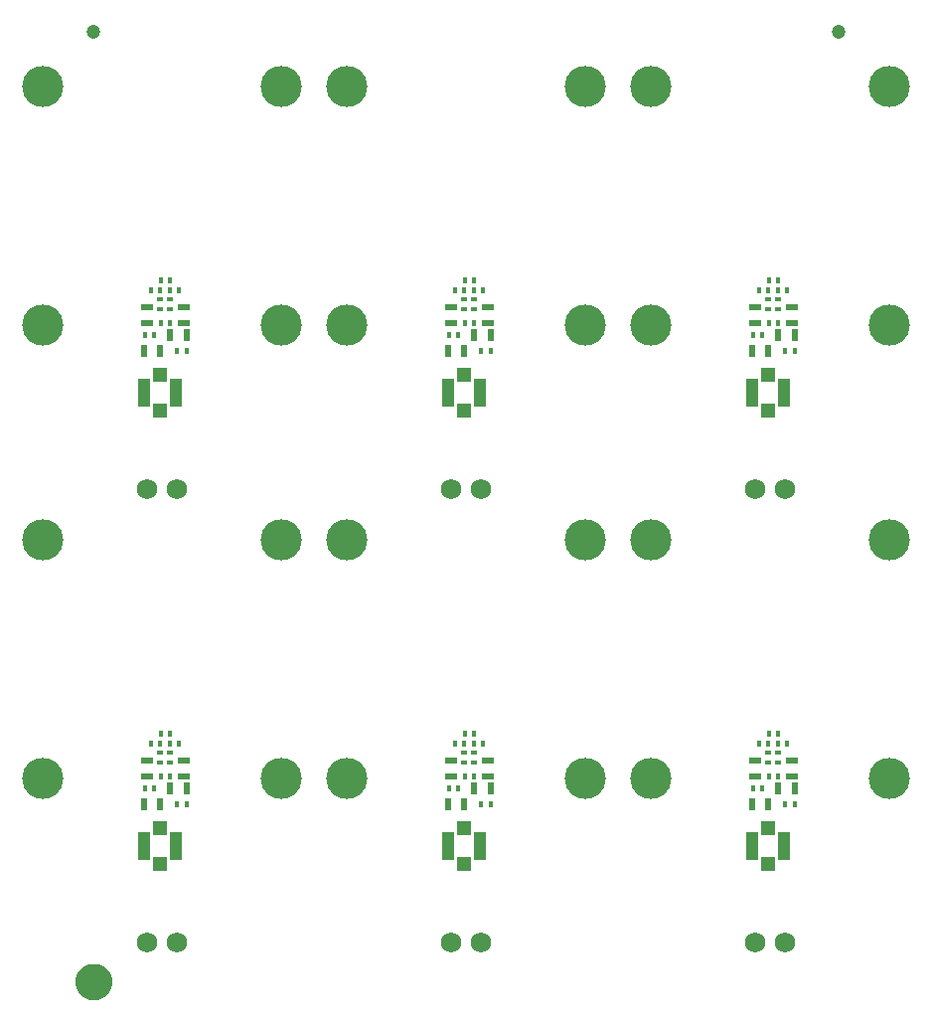
<source format=gts>
G75*
%MOIN*%
%OFA0B0*%
%FSLAX25Y25*%
%IPPOS*%
%LPD*%
%AMOC8*
5,1,8,0,0,1.08239X$1,22.5*
%
%ADD10R,0.01575X0.02362*%
%ADD11R,0.02362X0.01575*%
%ADD12R,0.04146X0.09461*%
%ADD13R,0.04737X0.04934*%
%ADD14R,0.03937X0.01969*%
%ADD15R,0.01969X0.03937*%
%ADD16C,0.13800*%
%ADD17C,0.04737*%
%ADD18C,0.05000*%
%ADD19C,0.06706*%
%ADD20C,0.06800*%
D10*
X0092520Y0085188D03*
X0095669Y0085188D03*
X0097984Y0089361D03*
X0101134Y0089361D03*
X0103441Y0080026D03*
X0106591Y0080026D03*
X0104036Y0100105D03*
X0100886Y0100105D03*
X0097736Y0100125D03*
X0094587Y0100125D03*
X0097854Y0103719D03*
X0101004Y0103719D03*
X0194520Y0085188D03*
X0197669Y0085188D03*
X0199984Y0089361D03*
X0203134Y0089361D03*
X0205441Y0080026D03*
X0208591Y0080026D03*
X0206036Y0100105D03*
X0202886Y0100105D03*
X0199736Y0100125D03*
X0196587Y0100125D03*
X0199854Y0103719D03*
X0203004Y0103719D03*
X0296520Y0085188D03*
X0299669Y0085188D03*
X0301984Y0089361D03*
X0305134Y0089361D03*
X0307441Y0080026D03*
X0310591Y0080026D03*
X0308036Y0100105D03*
X0304886Y0100105D03*
X0301736Y0100125D03*
X0298587Y0100125D03*
X0301854Y0103719D03*
X0305004Y0103719D03*
X0307441Y0232026D03*
X0310591Y0232026D03*
X0305134Y0241361D03*
X0301984Y0241361D03*
X0299669Y0237188D03*
X0296520Y0237188D03*
X0298587Y0252125D03*
X0301736Y0252125D03*
X0304886Y0252105D03*
X0308036Y0252105D03*
X0305004Y0255719D03*
X0301854Y0255719D03*
X0206036Y0252105D03*
X0202886Y0252105D03*
X0199736Y0252125D03*
X0196587Y0252125D03*
X0199854Y0255719D03*
X0203004Y0255719D03*
X0203134Y0241361D03*
X0199984Y0241361D03*
X0197669Y0237188D03*
X0194520Y0237188D03*
X0205441Y0232026D03*
X0208591Y0232026D03*
X0106591Y0232026D03*
X0103441Y0232026D03*
X0095669Y0237188D03*
X0092520Y0237188D03*
X0097984Y0241361D03*
X0101134Y0241361D03*
X0100886Y0252105D03*
X0104036Y0252105D03*
X0101004Y0255719D03*
X0097854Y0255719D03*
X0097736Y0252125D03*
X0094587Y0252125D03*
D11*
X0097630Y0249117D03*
X0097630Y0245967D03*
X0100866Y0246007D03*
X0100866Y0249156D03*
X0199630Y0249117D03*
X0199630Y0245967D03*
X0202866Y0246007D03*
X0202866Y0249156D03*
X0301630Y0249117D03*
X0301630Y0245967D03*
X0304866Y0246007D03*
X0304866Y0249156D03*
X0304866Y0097156D03*
X0304866Y0094007D03*
X0301630Y0093967D03*
X0301630Y0097117D03*
X0202866Y0097156D03*
X0202866Y0094007D03*
X0199630Y0093967D03*
X0199630Y0097117D03*
X0100866Y0097156D03*
X0100866Y0094007D03*
X0097630Y0093967D03*
X0097630Y0097117D03*
D12*
X0092335Y0065830D03*
X0103161Y0065830D03*
X0194335Y0065830D03*
X0205161Y0065830D03*
X0296335Y0065830D03*
X0307161Y0065830D03*
X0307161Y0217830D03*
X0296335Y0217830D03*
X0205161Y0217830D03*
X0194335Y0217830D03*
X0103161Y0217830D03*
X0092335Y0217830D03*
D13*
X0097748Y0211826D03*
X0097748Y0223833D03*
X0199748Y0223833D03*
X0199748Y0211826D03*
X0301748Y0211826D03*
X0301748Y0223833D03*
X0301748Y0071833D03*
X0301748Y0059826D03*
X0199748Y0059826D03*
X0199748Y0071833D03*
X0097748Y0071833D03*
X0097748Y0059826D03*
D14*
X0093421Y0089262D03*
X0093421Y0094675D03*
X0105724Y0094715D03*
X0105724Y0089301D03*
X0195421Y0089262D03*
X0195421Y0094675D03*
X0207724Y0094715D03*
X0207724Y0089301D03*
X0297421Y0089262D03*
X0297421Y0094675D03*
X0309724Y0094715D03*
X0309724Y0089301D03*
X0309724Y0241301D03*
X0309724Y0246715D03*
X0297421Y0246675D03*
X0297421Y0241262D03*
X0207724Y0241301D03*
X0207724Y0246715D03*
X0195421Y0246675D03*
X0195421Y0241262D03*
X0105724Y0241301D03*
X0105724Y0246715D03*
X0093421Y0246675D03*
X0093421Y0241262D03*
D15*
X0101142Y0237160D03*
X0106555Y0237160D03*
X0097787Y0232085D03*
X0092374Y0232085D03*
X0194374Y0232085D03*
X0199787Y0232085D03*
X0203142Y0237160D03*
X0208555Y0237160D03*
X0296374Y0232085D03*
X0301787Y0232085D03*
X0305142Y0237160D03*
X0310555Y0237160D03*
X0310555Y0085160D03*
X0305142Y0085160D03*
X0301787Y0080085D03*
X0296374Y0080085D03*
X0208555Y0085160D03*
X0203142Y0085160D03*
X0199787Y0080085D03*
X0194374Y0080085D03*
X0106555Y0085160D03*
X0101142Y0085160D03*
X0097787Y0080085D03*
X0092374Y0080085D03*
D16*
X0058342Y0088750D03*
X0138342Y0088750D03*
X0160342Y0088750D03*
X0240342Y0088750D03*
X0262342Y0088750D03*
X0342342Y0088750D03*
X0342342Y0168750D03*
X0342342Y0240750D03*
X0262342Y0240750D03*
X0240342Y0240750D03*
X0160342Y0240750D03*
X0138342Y0240750D03*
X0138342Y0168750D03*
X0160342Y0168750D03*
X0240342Y0168750D03*
X0262342Y0168750D03*
X0262342Y0320750D03*
X0240342Y0320750D03*
X0160342Y0320750D03*
X0138342Y0320750D03*
X0058342Y0320750D03*
X0058342Y0240750D03*
X0058342Y0168750D03*
X0342342Y0320750D03*
D17*
X0325342Y0339000D03*
X0075342Y0339000D03*
D18*
X0071777Y0020500D02*
X0071779Y0020619D01*
X0071785Y0020738D01*
X0071795Y0020857D01*
X0071809Y0020975D01*
X0071827Y0021093D01*
X0071848Y0021210D01*
X0071874Y0021326D01*
X0071904Y0021442D01*
X0071937Y0021556D01*
X0071974Y0021669D01*
X0072015Y0021781D01*
X0072060Y0021892D01*
X0072108Y0022001D01*
X0072160Y0022108D01*
X0072216Y0022213D01*
X0072275Y0022317D01*
X0072337Y0022418D01*
X0072403Y0022518D01*
X0072472Y0022615D01*
X0072544Y0022709D01*
X0072620Y0022802D01*
X0072698Y0022891D01*
X0072779Y0022978D01*
X0072864Y0023063D01*
X0072951Y0023144D01*
X0073040Y0023222D01*
X0073133Y0023298D01*
X0073227Y0023370D01*
X0073324Y0023439D01*
X0073424Y0023505D01*
X0073525Y0023567D01*
X0073629Y0023626D01*
X0073734Y0023682D01*
X0073841Y0023734D01*
X0073950Y0023782D01*
X0074061Y0023827D01*
X0074173Y0023868D01*
X0074286Y0023905D01*
X0074400Y0023938D01*
X0074516Y0023968D01*
X0074632Y0023994D01*
X0074749Y0024015D01*
X0074867Y0024033D01*
X0074985Y0024047D01*
X0075104Y0024057D01*
X0075223Y0024063D01*
X0075342Y0024065D01*
X0075461Y0024063D01*
X0075580Y0024057D01*
X0075699Y0024047D01*
X0075817Y0024033D01*
X0075935Y0024015D01*
X0076052Y0023994D01*
X0076168Y0023968D01*
X0076284Y0023938D01*
X0076398Y0023905D01*
X0076511Y0023868D01*
X0076623Y0023827D01*
X0076734Y0023782D01*
X0076843Y0023734D01*
X0076950Y0023682D01*
X0077055Y0023626D01*
X0077159Y0023567D01*
X0077260Y0023505D01*
X0077360Y0023439D01*
X0077457Y0023370D01*
X0077551Y0023298D01*
X0077644Y0023222D01*
X0077733Y0023144D01*
X0077820Y0023063D01*
X0077905Y0022978D01*
X0077986Y0022891D01*
X0078064Y0022802D01*
X0078140Y0022709D01*
X0078212Y0022615D01*
X0078281Y0022518D01*
X0078347Y0022418D01*
X0078409Y0022317D01*
X0078468Y0022213D01*
X0078524Y0022108D01*
X0078576Y0022001D01*
X0078624Y0021892D01*
X0078669Y0021781D01*
X0078710Y0021669D01*
X0078747Y0021556D01*
X0078780Y0021442D01*
X0078810Y0021326D01*
X0078836Y0021210D01*
X0078857Y0021093D01*
X0078875Y0020975D01*
X0078889Y0020857D01*
X0078899Y0020738D01*
X0078905Y0020619D01*
X0078907Y0020500D01*
X0078905Y0020381D01*
X0078899Y0020262D01*
X0078889Y0020143D01*
X0078875Y0020025D01*
X0078857Y0019907D01*
X0078836Y0019790D01*
X0078810Y0019674D01*
X0078780Y0019558D01*
X0078747Y0019444D01*
X0078710Y0019331D01*
X0078669Y0019219D01*
X0078624Y0019108D01*
X0078576Y0018999D01*
X0078524Y0018892D01*
X0078468Y0018787D01*
X0078409Y0018683D01*
X0078347Y0018582D01*
X0078281Y0018482D01*
X0078212Y0018385D01*
X0078140Y0018291D01*
X0078064Y0018198D01*
X0077986Y0018109D01*
X0077905Y0018022D01*
X0077820Y0017937D01*
X0077733Y0017856D01*
X0077644Y0017778D01*
X0077551Y0017702D01*
X0077457Y0017630D01*
X0077360Y0017561D01*
X0077260Y0017495D01*
X0077159Y0017433D01*
X0077055Y0017374D01*
X0076950Y0017318D01*
X0076843Y0017266D01*
X0076734Y0017218D01*
X0076623Y0017173D01*
X0076511Y0017132D01*
X0076398Y0017095D01*
X0076284Y0017062D01*
X0076168Y0017032D01*
X0076052Y0017006D01*
X0075935Y0016985D01*
X0075817Y0016967D01*
X0075699Y0016953D01*
X0075580Y0016943D01*
X0075461Y0016937D01*
X0075342Y0016935D01*
X0075223Y0016937D01*
X0075104Y0016943D01*
X0074985Y0016953D01*
X0074867Y0016967D01*
X0074749Y0016985D01*
X0074632Y0017006D01*
X0074516Y0017032D01*
X0074400Y0017062D01*
X0074286Y0017095D01*
X0074173Y0017132D01*
X0074061Y0017173D01*
X0073950Y0017218D01*
X0073841Y0017266D01*
X0073734Y0017318D01*
X0073629Y0017374D01*
X0073525Y0017433D01*
X0073424Y0017495D01*
X0073324Y0017561D01*
X0073227Y0017630D01*
X0073133Y0017702D01*
X0073040Y0017778D01*
X0072951Y0017856D01*
X0072864Y0017937D01*
X0072779Y0018022D01*
X0072698Y0018109D01*
X0072620Y0018198D01*
X0072544Y0018291D01*
X0072472Y0018385D01*
X0072403Y0018482D01*
X0072337Y0018582D01*
X0072275Y0018683D01*
X0072216Y0018787D01*
X0072160Y0018892D01*
X0072108Y0018999D01*
X0072060Y0019108D01*
X0072015Y0019219D01*
X0071974Y0019331D01*
X0071937Y0019444D01*
X0071904Y0019558D01*
X0071874Y0019674D01*
X0071848Y0019790D01*
X0071827Y0019907D01*
X0071809Y0020025D01*
X0071795Y0020143D01*
X0071785Y0020262D01*
X0071779Y0020381D01*
X0071777Y0020500D01*
D19*
X0075342Y0020500D03*
D20*
X0093342Y0033750D03*
X0103342Y0033750D03*
X0195342Y0033750D03*
X0205342Y0033750D03*
X0297342Y0033750D03*
X0307342Y0033750D03*
X0307342Y0185750D03*
X0297342Y0185750D03*
X0205342Y0185750D03*
X0195342Y0185750D03*
X0103342Y0185750D03*
X0093342Y0185750D03*
M02*

</source>
